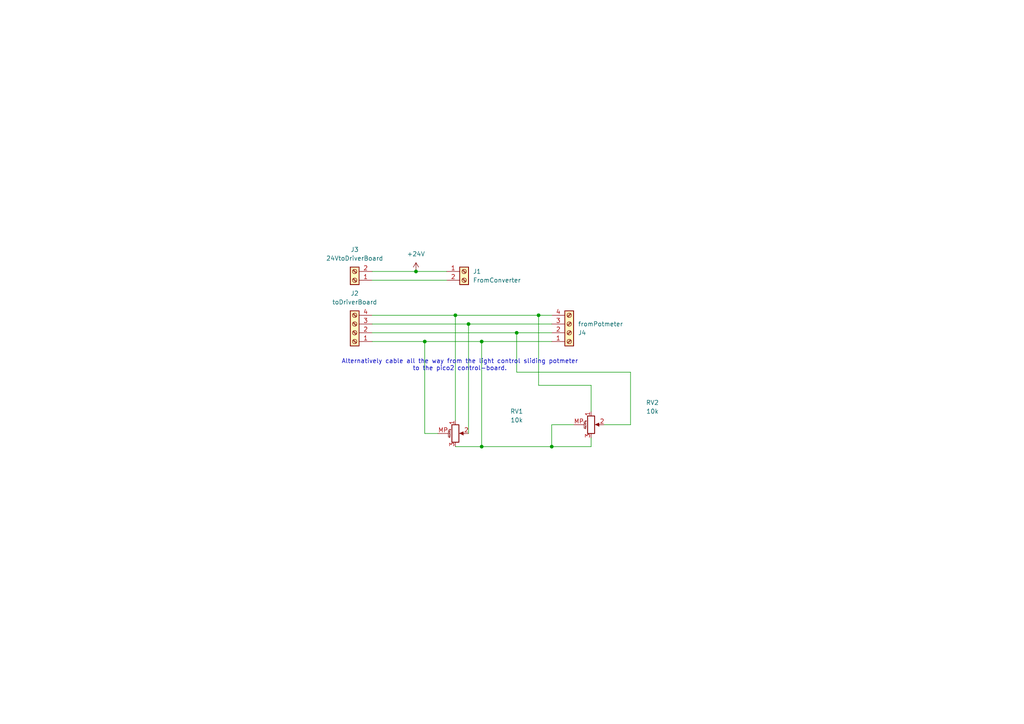
<source format=kicad_sch>
(kicad_sch (version 20250114) (generator "eeschema") (generator_version "9.0")
  (paper "A4")
  (lib_symbols
    (symbol "Connector:Screw_Terminal_01x02" (pin_names (offset 1.016) (hide yes))
      (property "Reference" "J" (at 0 2.54 0))
      (property "Value" "Screw_Terminal_01x02" (at 0 -5.08 0))
      (symbol "Screw_Terminal_01x02_1_1"
        (rectangle (start -1.27 1.27) (end 1.27 -3.81) (stroke (width 0.254)) (fill (type background)))
        (polyline (pts (xy -0.5334 0.3302) (xy 0.3302 -0.508)) (stroke (width 0.1524)))
        (polyline (pts (xy -0.5334 -2.2098) (xy 0.3302 -3.048)) (stroke (width 0.1524)))
        (polyline (pts (xy -0.3556 0.508) (xy 0.508 -0.3302)) (stroke (width 0.1524)))
        (polyline (pts (xy -0.3556 -2.032) (xy 0.508 -2.8702)) (stroke (width 0.1524)))
        (circle (center 0 0) (radius 0.635) (stroke (width 0.1524)))
        (circle (center 0 -2.54) (radius 0.635) (stroke (width 0.1524)))
        (pin passive line (at -5.08 0 0) (length 3.81) (name "Pin_1") (number "1"))
        (pin passive line (at -5.08 -2.54 0) (length 3.81) (name "Pin_2") (number "2"))
      )
    )
    (symbol "Connector:Screw_Terminal_01x04" (pin_names (offset 1.016) (hide yes))
      (property "Reference" "J" (at 0 5.08 0))
      (property "Value" "Screw_Terminal_01x04" (at 0 -7.62 0))
      (symbol "Screw_Terminal_01x04_1_1"
        (rectangle (start -1.27 3.81) (end 1.27 -6.35) (stroke (width 0.254)) (fill (type background)))
        (polyline (pts (xy -0.5334 2.8702) (xy 0.3302 2.032)) (stroke (width 0.1524)))
        (polyline (pts (xy -0.5334 0.3302) (xy 0.3302 -0.508)) (stroke (width 0.1524)))
        (polyline (pts (xy -0.5334 -2.2098) (xy 0.3302 -3.048)) (stroke (width 0.1524)))
        (polyline (pts (xy -0.5334 -4.7498) (xy 0.3302 -5.588)) (stroke (width 0.1524)))
        (polyline (pts (xy -0.3556 3.048) (xy 0.508 2.2098)) (stroke (width 0.1524)))
        (polyline (pts (xy -0.3556 0.508) (xy 0.508 -0.3302)) (stroke (width 0.1524)))
        (polyline (pts (xy -0.3556 -2.032) (xy 0.508 -2.8702)) (stroke (width 0.1524)))
        (polyline (pts (xy -0.3556 -4.572) (xy 0.508 -5.4102)) (stroke (width 0.1524)))
        (circle (center 0 2.54) (radius 0.635) (stroke (width 0.1524)))
        (circle (center 0 0) (radius 0.635) (stroke (width 0.1524)))
        (circle (center 0 -2.54) (radius 0.635) (stroke (width 0.1524)))
        (circle (center 0 -5.08) (radius 0.635) (stroke (width 0.1524)))
        (pin passive line (at -5.08 2.54 0) (length 3.81) (name "Pin_1") (number "1"))
        (pin passive line (at -5.08 0 0) (length 3.81) (name "Pin_2") (number "2"))
        (pin passive line (at -5.08 -2.54 0) (length 3.81) (name "Pin_3") (number "3"))
        (pin passive line (at -5.08 -5.08 0) (length 3.81) (name "Pin_4") (number "4"))
      )
    )
    (symbol "Device:R_Potentiometer_MountingPin" (pin_names (offset 1.016) (hide yes))
      (property "Reference" "RV" (at -8.255 0 90))
      (property "Value" "R_Potentiometer_MountingPin" (at -6.35 0 90))
      (symbol "R_Potentiometer_MountingPin_0_1"
        (rectangle (start 1.016 2.54) (end -1.016 -2.54) (stroke (width 0.254)))
        (polyline (pts (xy 1.143 0) (xy 2.286 0.508) (xy 2.286 -0.508)) (fill (type outline)))
        (polyline (pts (xy 2.54 0) (xy 1.524 0)))
      )
      (symbol "R_Potentiometer_MountingPin_1_1"
        (polyline (pts (xy -2.032 1.016) (xy -2.032 -1.016)) (stroke (width 0.1524)))
        (text "Mounting" (at -1.651 0 900) (effects (font (size 0.381 0.381))))
        (pin passive line (at -5.08 0 0) (length 3.048) (name "MountPin") (number "MP"))
        (pin passive line (at 0 3.81 270) (length 1.27) (name "1") (number "1"))
        (pin passive line (at 0 -3.81 90) (length 1.27) (name "3") (number "3"))
        (pin passive line (at 3.81 0 180) (length 1.27) (name "2") (number "2"))
      )
    )
    (symbol "power:+24V" (power) (pin_numbers (hide yes)) (pin_names (offset 0) (hide yes))
      (property "Value" "+24V" (at 0 3.556 0))
      (symbol "+24V_0_1"
        (polyline (pts (xy -0.762 1.27) (xy 0 2.54)))
        (polyline (pts (xy 0 2.54) (xy 0.762 1.27)))
        (polyline (pts (xy 0 0) (xy 0 2.54)))
      )
      (symbol "+24V_1_1"
        (pin power_in line (at 0 0 90) (length 0) (name "~") (number "1"))
      )
    )
  )
  (text "Alternatively cable all the way from the light control sliding potmeter \nto the pico2 control-board. " (at 133.858 105.918 0) (effects (font (size 1.27 1.27))))
  (junction (at 149.86 96.52))
  (junction (at 135.89 93.98))
  (junction (at 132.08 91.44))
  (junction (at 156.21 91.44))
  (junction (at 139.7 99.06))
  (junction (at 120.65 78.74))
  (junction (at 139.7 129.54))
  (junction (at 123.19 99.06))
  (junction (at 160.02 129.54))
  (wire (pts (xy 107.95 93.98) (xy 135.89 93.98)))
  (wire (pts (xy 107.95 91.44) (xy 132.08 91.44)))
  (wire (pts (xy 123.19 125.73) (xy 123.19 99.06)))
  (wire (pts (xy 120.65 78.74) (xy 129.54 78.74)))
  (wire (pts (xy 156.21 111.76) (xy 156.21 91.44)))
  (wire (pts (xy 132.08 121.92) (xy 132.08 91.44)))
  (wire (pts (xy 107.95 96.52) (xy 149.86 96.52)))
  (wire (pts (xy 171.45 119.38) (xy 171.45 111.76)))
  (wire (pts (xy 139.7 129.54) (xy 160.02 129.54)))
  (wire (pts (xy 171.45 127) (xy 171.45 129.54)))
  (wire (pts (xy 166.37 123.19) (xy 160.02 123.19)))
  (wire (pts (xy 139.7 129.54) (xy 139.7 99.06)))
  (wire (pts (xy 107.95 99.06) (xy 123.19 99.06)))
  (wire (pts (xy 135.89 93.98) (xy 160.02 93.98)))
  (wire (pts (xy 175.26 123.19) (xy 182.88 123.19)))
  (wire (pts (xy 123.19 99.06) (xy 139.7 99.06)))
  (wire (pts (xy 132.08 91.44) (xy 156.21 91.44)))
  (wire (pts (xy 149.86 107.95) (xy 149.86 96.52)))
  (wire (pts (xy 156.21 91.44) (xy 160.02 91.44)))
  (wire (pts (xy 135.89 93.98) (xy 135.89 125.73)))
  (wire (pts (xy 139.7 99.06) (xy 160.02 99.06)))
  (wire (pts (xy 160.02 129.54) (xy 171.45 129.54)))
  (wire (pts (xy 132.08 129.54) (xy 139.7 129.54)))
  (wire (pts (xy 182.88 107.95) (xy 149.86 107.95)))
  (wire (pts (xy 107.95 78.74) (xy 120.65 78.74)))
  (wire (pts (xy 149.86 96.52) (xy 160.02 96.52)))
  (wire (pts (xy 160.02 123.19) (xy 160.02 129.54)))
  (wire (pts (xy 127 125.73) (xy 123.19 125.73)))
  (wire (pts (xy 107.95 81.28) (xy 129.54 81.28)))
  (wire (pts (xy 182.88 123.19) (xy 182.88 107.95)))
  (wire (pts (xy 171.45 111.76) (xy 156.21 111.76)))
  (symbol (lib_id "Connector:Screw_Terminal_01x04") (at 102.87 96.52 180) (unit 1)
    (property "Reference" "J2" (at 102.87 85.09 0))
    (property "Value" "toDriverBoard" (at 102.87 87.63 0))
    (property "Footprint" "TerminalBlock_Phoenix:TerminalBlock_Phoenix_MKDS-1,5-4-5.08_1x04_P5.08mm_Horizontal" (effects (hide yes)))
    (property "Description" "Generic screw terminal, single row, 01x04, script generated (kicad-library-utils/schlib/autogen/connector/)" (effects (hide yes)))
  )
  (symbol (lib_id "power:+24V") (at 120.65 78.74 0) (unit 1)
    (property "Reference" "#PWR01" (effects (hide yes)))
    (property "Value" "+24V" (at 120.65 73.66 0))
    (property "Description" "Power symbol creates a global label with name \"+24V\"" (effects (hide yes)))
  )
  (symbol (lib_id "Connector:Screw_Terminal_01x02") (at 134.62 78.74 0) (unit 1)
    (property "Reference" "J1" (at 137.16 78.7399 0) (effects (justify left)))
    (property "Value" "FromConverter" (at 137.16 81.2799 0) (effects (justify left)))
    (property "Footprint" "TerminalBlock_Phoenix:TerminalBlock_Phoenix_MKDS-1,5-2-5.08_1x02_P5.08mm_Horizontal" (effects (hide yes)))
    (property "Description" "Generic screw terminal, single row, 01x02, script generated (kicad-library-utils/schlib/autogen/connector/)" (effects (hide yes)))
  )
  (symbol (lib_id "Device:R_Potentiometer_MountingPin") (at 132.08 125.73 0) (unit 1)
    (property "Reference" "RV1" (at 149.86 119.3098 0))
    (property "Value" "10k" (at 149.86 121.8498 0))
    (property "Footprint" "Potentiometer_THT:Potentiometer_Bourns_PTA4543_Single_Slide" (effects (hide yes)))
    (property "Description" "Potentiometer with a mounting pin" (effects (hide yes)))
  )
  (symbol (lib_id "Device:R_Potentiometer_MountingPin") (at 171.45 123.19 0) (unit 1)
    (property "Reference" "RV2" (at 189.23 116.7698 0))
    (property "Value" "10k" (at 189.23 119.3098 0))
    (property "Footprint" "Potentiometer_THT:Potentiometer_Bourns_PTA4543_Single_Slide" (effects (hide yes)))
    (property "Description" "Potentiometer with a mounting pin" (effects (hide yes)))
  )
  (symbol (lib_id "Connector:Screw_Terminal_01x04") (at 165.1 96.52 0) (mirror x) (unit 1)
    (property "Reference" "J4" (at 167.64 96.5201 0) (effects (justify left)))
    (property "Value" "fromPotmeter" (at 167.64 93.9801 0) (effects (justify left)))
    (property "Footprint" "TerminalBlock_Phoenix:TerminalBlock_Phoenix_MKDS-1,5-4-5.08_1x04_P5.08mm_Horizontal" (effects (hide yes)))
    (property "Description" "Generic screw terminal, single row, 01x04, script generated (kicad-library-utils/schlib/autogen/connector/)" (effects (hide yes)))
  )
  (symbol (lib_id "Connector:Screw_Terminal_01x02") (at 102.87 81.28 180) (unit 1)
    (property "Reference" "J3" (at 102.87 72.39 0))
    (property "Value" "24VtoDriverBoard" (at 102.87 74.93 0))
    (property "Footprint" "TerminalBlock_Phoenix:TerminalBlock_Phoenix_MKDS-1,5-2-5.08_1x02_P5.08mm_Horizontal" (effects (hide yes)))
    (property "Description" "Generic screw terminal, single row, 01x02, script generated (kicad-library-utils/schlib/autogen/connector/)" (effects (hide yes)))
  )
)
</source>
